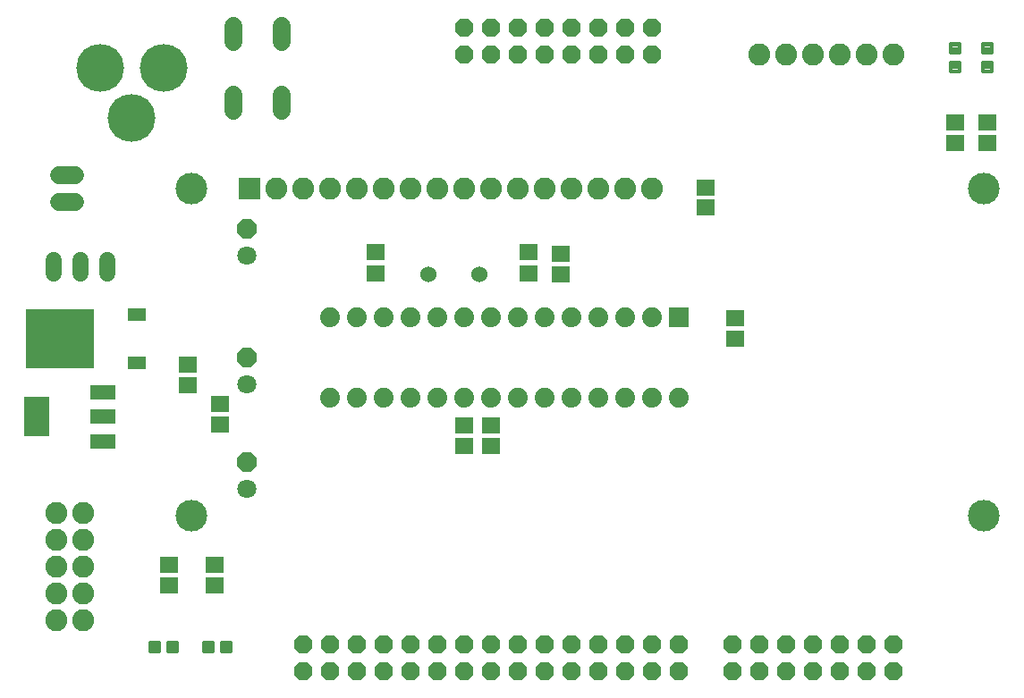
<source format=gts>
G75*
%MOIN*%
%OFA0B0*%
%FSLAX25Y25*%
%IPPOS*%
%LPD*%
%AMOC8*
5,1,8,0,0,1.08239X$1,22.5*
%
%ADD10R,0.07400X0.07400*%
%ADD11C,0.07400*%
%ADD12R,0.07099X0.05918*%
%ADD13C,0.06000*%
%ADD14C,0.06800*%
%ADD15OC8,0.07100*%
%ADD16C,0.07100*%
%ADD17C,0.06000*%
%ADD18R,0.08200X0.08200*%
%ADD19C,0.08200*%
%ADD20C,0.11824*%
%ADD21R,0.07099X0.04737*%
%ADD22R,0.25209X0.22060*%
%ADD23C,0.17800*%
%ADD24R,0.09600X0.05600*%
%ADD25R,0.09461X0.14973*%
%ADD26C,0.01421*%
%ADD27OC8,0.06800*%
D10*
X0251500Y0141000D03*
D11*
X0241500Y0141000D03*
X0231500Y0141000D03*
X0221500Y0141000D03*
X0211500Y0141000D03*
X0201500Y0141000D03*
X0191500Y0141000D03*
X0181500Y0141000D03*
X0171500Y0141000D03*
X0161500Y0141000D03*
X0151500Y0141000D03*
X0141500Y0141000D03*
X0131500Y0141000D03*
X0121500Y0141000D03*
X0121500Y0111000D03*
X0131500Y0111000D03*
X0141500Y0111000D03*
X0151500Y0111000D03*
X0161500Y0111000D03*
X0171500Y0111000D03*
X0181500Y0111000D03*
X0191500Y0111000D03*
X0201500Y0111000D03*
X0211500Y0111000D03*
X0221500Y0111000D03*
X0231500Y0111000D03*
X0241500Y0111000D03*
X0251500Y0111000D03*
D12*
X0272500Y0133063D03*
X0272500Y0140937D03*
X0261500Y0182020D03*
X0261500Y0189500D03*
X0207500Y0164937D03*
X0207500Y0157063D03*
X0195500Y0157500D03*
X0195500Y0165374D03*
X0138500Y0165374D03*
X0138500Y0157500D03*
X0080500Y0108740D03*
X0080500Y0101260D03*
X0068500Y0115626D03*
X0068500Y0123500D03*
X0171500Y0100937D03*
X0181500Y0100937D03*
X0181500Y0093063D03*
X0171500Y0093063D03*
X0078500Y0048740D03*
X0078500Y0041260D03*
X0061500Y0041260D03*
X0061500Y0048740D03*
X0354500Y0206260D03*
X0354500Y0213740D03*
X0366500Y0213740D03*
X0366500Y0206260D03*
D13*
X0177000Y0157000D03*
X0158000Y0157000D03*
D14*
X0103400Y0218200D02*
X0103400Y0224200D01*
X0085600Y0224200D02*
X0085600Y0218200D01*
X0085600Y0243800D02*
X0085600Y0249800D01*
X0103400Y0249800D02*
X0103400Y0243800D01*
X0026500Y0194000D02*
X0020500Y0194000D01*
X0020500Y0184000D02*
X0026500Y0184000D01*
D15*
X0090500Y0174000D03*
X0090500Y0126000D03*
X0090500Y0087000D03*
D16*
X0090500Y0077000D03*
X0090500Y0116000D03*
X0090500Y0164000D03*
D17*
X0038500Y0162600D02*
X0038500Y0157400D01*
X0028500Y0157400D02*
X0028500Y0162600D01*
X0018500Y0162600D02*
X0018500Y0157400D01*
D18*
X0091516Y0189024D03*
D19*
X0019500Y0028000D03*
X0029500Y0028000D03*
X0029500Y0038000D03*
X0019500Y0038000D03*
X0019500Y0048000D03*
X0029500Y0048000D03*
X0029500Y0058000D03*
X0019500Y0058000D03*
X0019500Y0068000D03*
X0029500Y0068000D03*
X0101516Y0189024D03*
X0111516Y0189024D03*
X0121516Y0189024D03*
X0131516Y0189024D03*
X0141516Y0189024D03*
X0151516Y0189024D03*
X0161516Y0189024D03*
X0171516Y0189024D03*
X0181516Y0189024D03*
X0191516Y0189024D03*
X0201516Y0189024D03*
X0211516Y0189024D03*
X0221516Y0189024D03*
X0231516Y0189024D03*
X0241516Y0189024D03*
X0281500Y0239000D03*
X0291500Y0239000D03*
X0301500Y0239000D03*
X0311500Y0239000D03*
X0321500Y0239000D03*
X0331500Y0239000D03*
D20*
X0365138Y0189024D03*
X0365138Y0066976D03*
X0069862Y0066976D03*
X0069862Y0189024D03*
D21*
X0049398Y0141976D03*
X0049398Y0124024D03*
D22*
X0020657Y0133000D03*
D23*
X0047626Y0215496D03*
X0059437Y0234000D03*
X0035815Y0234000D03*
D24*
X0036700Y0113100D03*
X0036700Y0104000D03*
X0036700Y0094900D03*
D25*
X0012299Y0104000D03*
D26*
X0057705Y0019658D02*
X0057705Y0016342D01*
X0054389Y0016342D01*
X0054389Y0019658D01*
X0057705Y0019658D01*
X0057705Y0017762D02*
X0054389Y0017762D01*
X0054389Y0019182D02*
X0057705Y0019182D01*
X0064611Y0019658D02*
X0064611Y0016342D01*
X0061295Y0016342D01*
X0061295Y0019658D01*
X0064611Y0019658D01*
X0064611Y0017762D02*
X0061295Y0017762D01*
X0061295Y0019182D02*
X0064611Y0019182D01*
X0077705Y0019658D02*
X0077705Y0016342D01*
X0074389Y0016342D01*
X0074389Y0019658D01*
X0077705Y0019658D01*
X0077705Y0017762D02*
X0074389Y0017762D01*
X0074389Y0019182D02*
X0077705Y0019182D01*
X0084611Y0019658D02*
X0084611Y0016342D01*
X0081295Y0016342D01*
X0081295Y0019658D01*
X0084611Y0019658D01*
X0084611Y0017762D02*
X0081295Y0017762D01*
X0081295Y0019182D02*
X0084611Y0019182D01*
X0352842Y0236205D02*
X0356158Y0236205D01*
X0356158Y0232889D01*
X0352842Y0232889D01*
X0352842Y0236205D01*
X0352842Y0234309D02*
X0356158Y0234309D01*
X0356158Y0235729D02*
X0352842Y0235729D01*
X0352842Y0243111D02*
X0356158Y0243111D01*
X0356158Y0239795D01*
X0352842Y0239795D01*
X0352842Y0243111D01*
X0352842Y0241215D02*
X0356158Y0241215D01*
X0356158Y0242635D02*
X0352842Y0242635D01*
X0364842Y0243111D02*
X0368158Y0243111D01*
X0368158Y0239795D01*
X0364842Y0239795D01*
X0364842Y0243111D01*
X0364842Y0241215D02*
X0368158Y0241215D01*
X0368158Y0242635D02*
X0364842Y0242635D01*
X0364842Y0236205D02*
X0368158Y0236205D01*
X0368158Y0232889D01*
X0364842Y0232889D01*
X0364842Y0236205D01*
X0364842Y0234309D02*
X0368158Y0234309D01*
X0368158Y0235729D02*
X0364842Y0235729D01*
D27*
X0241500Y0239000D03*
X0231500Y0239000D03*
X0221500Y0239000D03*
X0211500Y0239000D03*
X0201500Y0239000D03*
X0191500Y0239000D03*
X0181500Y0239000D03*
X0171500Y0239000D03*
X0171500Y0249000D03*
X0181500Y0249000D03*
X0191500Y0249000D03*
X0201500Y0249000D03*
X0211500Y0249000D03*
X0221500Y0249000D03*
X0231500Y0249000D03*
X0241500Y0249000D03*
X0241500Y0019000D03*
X0231500Y0019000D03*
X0221500Y0019000D03*
X0211500Y0019000D03*
X0201500Y0019000D03*
X0191500Y0019000D03*
X0181500Y0019000D03*
X0171500Y0019000D03*
X0161500Y0019000D03*
X0151500Y0019000D03*
X0141500Y0019000D03*
X0131500Y0019000D03*
X0121500Y0019000D03*
X0111500Y0019000D03*
X0111500Y0009000D03*
X0121500Y0009000D03*
X0131500Y0009000D03*
X0141500Y0009000D03*
X0151500Y0009000D03*
X0161500Y0009000D03*
X0171500Y0009000D03*
X0181500Y0009000D03*
X0191500Y0009000D03*
X0201500Y0009000D03*
X0211500Y0009000D03*
X0221500Y0009000D03*
X0231500Y0009000D03*
X0241500Y0009000D03*
X0251500Y0009000D03*
X0251500Y0019000D03*
X0271500Y0019000D03*
X0281500Y0019000D03*
X0291500Y0019000D03*
X0301500Y0019000D03*
X0311500Y0019000D03*
X0321500Y0019000D03*
X0331500Y0019000D03*
X0331500Y0009000D03*
X0321500Y0009000D03*
X0311500Y0009000D03*
X0301500Y0009000D03*
X0291500Y0009000D03*
X0281500Y0009000D03*
X0271500Y0009000D03*
M02*

</source>
